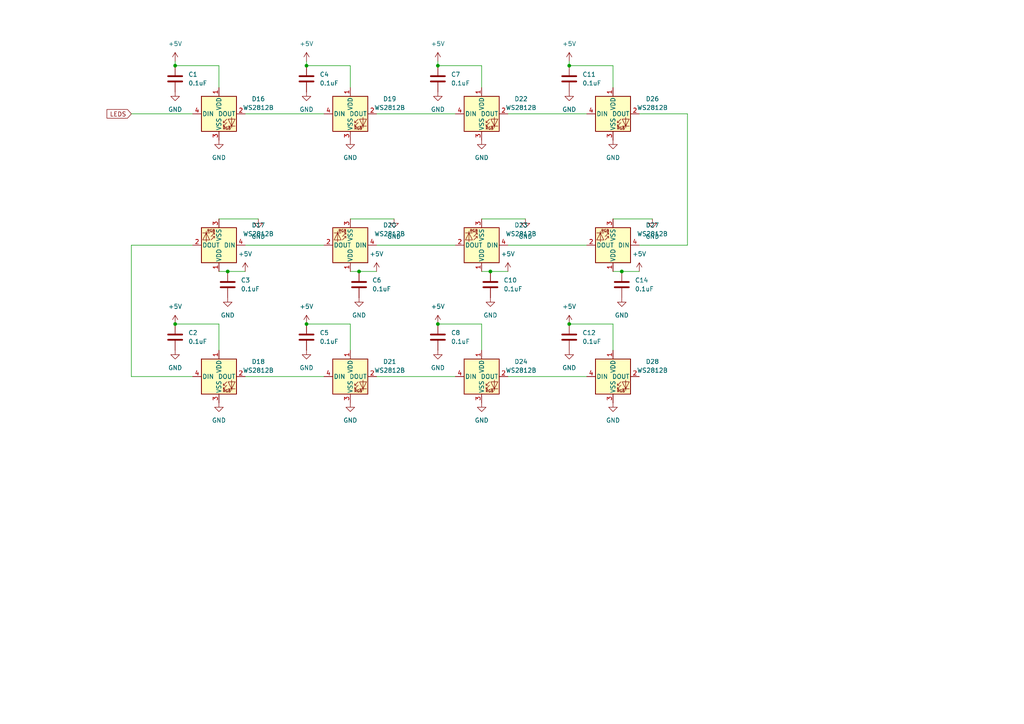
<source format=kicad_sch>
(kicad_sch (version 20211123) (generator eeschema)
  (paper "A4")
  (lib_symbols
    (symbol "Device:C" (pin_numbers hide) (pin_names (offset 0.254))
      (property "Reference" "C" (at 0.635 2.54 0))
      (property "Value" "C" (at 0.635 -2.54 0))
      (symbol "C_0_1"
        (polyline (pts (xy -2.032 -0.762) (xy 2.032 -0.762)) (stroke (width 0.508)))
        (polyline (pts (xy -2.032 0.762) (xy 2.032 0.762)) (stroke (width 0.508)))
      )
      (symbol "C_1_1"
        (pin passive line (at 0 3.81 270) (length 2.794) (name "~") (number "1"))
        (pin passive line (at 0 -3.81 90) (length 2.794) (name "~") (number "2"))
      )
    )
    (symbol "LED:WS2812B" (pin_names (offset 0.254))
      (property "Reference" "D" (at 5.08 5.715 0))
      (property "Value" "WS2812B" (at 1.27 -5.715 0))
      (symbol "WS2812B_0_0"
        (text "RGB" (at 2.286 -4.191 0) (effects (font (size 0.762 0.762))))
      )
      (symbol "WS2812B_0_1"
        (polyline (pts (xy 1.27 -3.556) (xy 1.778 -3.556)))
        (polyline (pts (xy 1.27 -2.54) (xy 1.778 -2.54)))
        (polyline (pts (xy 4.699 -3.556) (xy 2.667 -3.556)))
        (polyline (pts (xy 2.286 -2.54) (xy 1.27 -3.556) (xy 1.27 -3.048)))
        (polyline (pts (xy 2.286 -1.524) (xy 1.27 -2.54) (xy 1.27 -2.032)))
        (polyline (pts (xy 3.683 -1.016) (xy 3.683 -3.556) (xy 3.683 -4.064)))
        (polyline (pts (xy 4.699 -1.524) (xy 2.667 -1.524) (xy 3.683 -3.556) (xy 4.699 -1.524)))
        (rectangle (start 5.08 5.08) (end -5.08 -5.08) (stroke (width 0.254)) (fill (type background)))
      )
      (symbol "WS2812B_1_1"
        (pin power_in line (at 0 7.62 270) (length 2.54) (name "VDD") (number "1"))
        (pin output line (at 7.62 0 180) (length 2.54) (name "DOUT") (number "2"))
        (pin power_in line (at 0 -7.62 90) (length 2.54) (name "VSS") (number "3"))
        (pin input line (at -7.62 0 0) (length 2.54) (name "DIN") (number "4"))
      )
    )
    (symbol "power:+5V" (power) (pin_names (offset 0))
      (property "Value" "+5V" (at 0 3.556 0))
      (symbol "+5V_0_1"
        (polyline (pts (xy -0.762 1.27) (xy 0 2.54)))
        (polyline (pts (xy 0 0) (xy 0 2.54)))
        (polyline (pts (xy 0 2.54) (xy 0.762 1.27)))
      )
      (symbol "+5V_1_1"
        (pin power_in line (at 0 0 90) (length 0) hide (name "+5V") (number "1"))
      )
    )
    (symbol "power:GND" (power) (pin_names (offset 0))
      (property "Value" "GND" (at 0 -3.81 0))
      (symbol "GND_0_1"
        (polyline (pts (xy 0 0) (xy 0 -1.27) (xy 1.27 -1.27) (xy 0 -2.54) (xy -1.27 -1.27) (xy 0 -1.27)))
      )
      (symbol "GND_1_1"
        (pin power_in line (at 0 0 270) (length 0) hide (name "GND") (number "1"))
      )
    )
  )
  (junction (at 127 93.98))
  (junction (at 165.1 19.05))
  (junction (at 127 19.05))
  (junction (at 180.34 78.74))
  (junction (at 88.9 93.98))
  (junction (at 50.8 19.05))
  (junction (at 142.24 78.74))
  (junction (at 165.1 93.98))
  (junction (at 50.8 93.98))
  (junction (at 66.04 78.74))
  (junction (at 88.9 19.05))
  (junction (at 104.14 78.74))
  (wire (pts (xy 50.8 19.05) (xy 63.5 19.05)))
  (wire (pts (xy 38.1 71.12) (xy 38.1 109.22)))
  (wire (pts (xy 88.9 19.05) (xy 88.9 17.78)))
  (wire (pts (xy 71.12 109.22) (xy 93.98 109.22)))
  (wire (pts (xy 127 19.05) (xy 139.7 19.05)))
  (wire (pts (xy 139.7 63.5) (xy 152.4 63.5)))
  (wire (pts (xy 180.34 78.74) (xy 185.42 78.74)))
  (wire (pts (xy 165.1 19.05) (xy 177.8 19.05)))
  (wire (pts (xy 147.32 71.12) (xy 170.18 71.12)))
  (wire (pts (xy 127 93.98) (xy 139.7 93.98)))
  (wire (pts (xy 165.1 93.98) (xy 177.8 93.98)))
  (wire (pts (xy 109.22 71.12) (xy 132.08 71.12)))
  (wire (pts (xy 101.6 93.98) (xy 101.6 101.6)))
  (wire (pts (xy 177.8 19.05) (xy 177.8 25.4)))
  (wire (pts (xy 104.14 78.74) (xy 101.6 78.74)))
  (wire (pts (xy 109.22 109.22) (xy 132.08 109.22)))
  (wire (pts (xy 185.42 33.02) (xy 199.39 33.02)))
  (wire (pts (xy 38.1 33.02) (xy 55.88 33.02)))
  (wire (pts (xy 63.5 63.5) (xy 74.93 63.5)))
  (wire (pts (xy 55.88 71.12) (xy 38.1 71.12)))
  (wire (pts (xy 139.7 19.05) (xy 139.7 25.4)))
  (wire (pts (xy 101.6 19.05) (xy 101.6 25.4)))
  (wire (pts (xy 71.12 33.02) (xy 93.98 33.02)))
  (wire (pts (xy 177.8 63.5) (xy 189.23 63.5)))
  (wire (pts (xy 88.9 19.05) (xy 101.6 19.05)))
  (wire (pts (xy 50.8 19.05) (xy 50.8 17.78)))
  (wire (pts (xy 104.14 78.74) (xy 109.22 78.74)))
  (wire (pts (xy 177.8 93.98) (xy 177.8 101.6)))
  (wire (pts (xy 185.42 71.12) (xy 199.39 71.12)))
  (wire (pts (xy 142.24 78.74) (xy 139.7 78.74)))
  (wire (pts (xy 147.32 109.22) (xy 170.18 109.22)))
  (wire (pts (xy 147.32 33.02) (xy 170.18 33.02)))
  (wire (pts (xy 66.04 78.74) (xy 63.5 78.74)))
  (wire (pts (xy 66.04 78.74) (xy 71.12 78.74)))
  (wire (pts (xy 63.5 19.05) (xy 63.5 25.4)))
  (wire (pts (xy 139.7 93.98) (xy 139.7 101.6)))
  (wire (pts (xy 38.1 109.22) (xy 55.88 109.22)))
  (wire (pts (xy 71.12 71.12) (xy 93.98 71.12)))
  (wire (pts (xy 180.34 78.74) (xy 177.8 78.74)))
  (wire (pts (xy 88.9 93.98) (xy 101.6 93.98)))
  (wire (pts (xy 63.5 93.98) (xy 63.5 101.6)))
  (wire (pts (xy 142.24 78.74) (xy 147.32 78.74)))
  (wire (pts (xy 165.1 19.05) (xy 165.1 17.78)))
  (wire (pts (xy 109.22 33.02) (xy 132.08 33.02)))
  (wire (pts (xy 50.8 93.98) (xy 63.5 93.98)))
  (wire (pts (xy 101.6 63.5) (xy 114.3 63.5)))
  (wire (pts (xy 199.39 33.02) (xy 199.39 71.12)))
  (wire (pts (xy 127 19.05) (xy 127 17.78)))
  (global_label "LEDS" (shape input) (at 38.1 33.02 180) (property "Intersheet References" "${INTERSHEET_REFS}" (effects hide)))
  (symbol (lib_id "LED:WS2812B") (at 139.7 71.12 180) (unit 1)
    (property "Reference" "D23" (at 151.13 65.2905 0))
    (property "Value" "WS2812B" (at 151.13 67.8305 0))
    (property "Footprint" "LED_SMD:LED_WS2812B_PLCC4_5.0x5.0mm_P3.2mm" (effects hide))
    (property "Datasheet" "https://cdn-shop.adafruit.com/datasheets/WS2812B.pdf" (effects hide))
  )
  (symbol (lib_id "LED:WS2812B") (at 63.5 33.02 0) (unit 1)
    (property "Reference" "D16" (at 74.93 28.6893 0))
    (property "Value" "WS2812B" (at 74.93 31.2293 0))
    (property "Footprint" "LED_SMD:LED_WS2812B_PLCC4_5.0x5.0mm_P3.2mm" (effects hide))
    (property "Datasheet" "https://cdn-shop.adafruit.com/datasheets/WS2812B.pdf" (effects hide))
  )
  (symbol (lib_id "power:+5V") (at 165.1 93.98 0) (unit 1)
    (property "Reference" "#PWR0103" (effects hide))
    (property "Value" "+5V" (at 165.1 88.9 0))
  )
  (symbol (lib_id "power:+5V") (at 127 17.78 0) (unit 1)
    (property "Reference" "#PWR0137" (effects hide))
    (property "Value" "+5V" (at 127 12.7 0))
  )
  (symbol (lib_id "power:GND") (at 101.6 116.84 0) (unit 1)
    (property "Reference" "#PWR0149" (effects hide))
    (property "Value" "GND" (at 101.6 121.92 0))
  )
  (symbol (lib_id "power:GND") (at 165.1 101.6 0) (unit 1)
    (property "Reference" "#PWR0104" (effects hide))
    (property "Value" "GND" (at 165.1 106.68 0))
  )
  (symbol (lib_id "LED:WS2812B") (at 101.6 109.22 0) (unit 1)
    (property "Reference" "D21" (at 113.03 104.8893 0))
    (property "Value" "WS2812B" (at 113.03 107.4293 0))
    (property "Footprint" "LED_SMD:LED_WS2812B_PLCC4_5.0x5.0mm_P3.2mm" (effects hide))
    (property "Datasheet" "https://cdn-shop.adafruit.com/datasheets/WS2812B.pdf" (effects hide))
  )
  (symbol (lib_id "power:GND") (at 177.8 40.64 0) (unit 1)
    (property "Reference" "#PWR0120" (effects hide))
    (property "Value" "GND" (at 177.8 45.72 0))
  )
  (symbol (lib_id "LED:WS2812B") (at 101.6 33.02 0) (unit 1)
    (property "Reference" "D19" (at 113.03 28.6893 0))
    (property "Value" "WS2812B" (at 113.03 31.2293 0))
    (property "Footprint" "LED_SMD:LED_WS2812B_PLCC4_5.0x5.0mm_P3.2mm" (effects hide))
    (property "Datasheet" "https://cdn-shop.adafruit.com/datasheets/WS2812B.pdf" (effects hide))
  )
  (symbol (lib_id "power:+5V") (at 147.32 78.74 0) (unit 1)
    (property "Reference" "#PWR0108" (effects hide))
    (property "Value" "+5V" (at 147.32 73.66 0))
  )
  (symbol (lib_id "power:+5V") (at 88.9 17.78 0) (unit 1)
    (property "Reference" "#PWR0131" (effects hide))
    (property "Value" "+5V" (at 88.9 12.7 0))
  )
  (symbol (lib_id "power:+5V") (at 50.8 17.78 0) (unit 1)
    (property "Reference" "#PWR0133" (effects hide))
    (property "Value" "+5V" (at 50.8 12.7 0))
  )
  (symbol (lib_id "power:GND") (at 50.8 101.6 0) (unit 1)
    (property "Reference" "#PWR0154" (effects hide))
    (property "Value" "GND" (at 50.8 106.68 0))
  )
  (symbol (lib_id "power:+5V") (at 127 93.98 0) (unit 1)
    (property "Reference" "#PWR0105" (effects hide))
    (property "Value" "+5V" (at 127 88.9 0))
  )
  (symbol (lib_id "Device:C") (at 66.04 82.55 0) (unit 1)
    (property "Reference" "C3" (at 69.85 81.2799 0) (effects (justify left)))
    (property "Value" "0.1uF" (at 69.85 83.8199 0) (effects (justify left)))
    (property "Footprint" "Capacitor_SMD:C_0805_2012Metric_Pad1.18x1.45mm_HandSolder" (effects hide))
  )
  (symbol (lib_id "Device:C") (at 104.14 82.55 0) (unit 1)
    (property "Reference" "C6" (at 107.95 81.2799 0) (effects (justify left)))
    (property "Value" "0.1uF" (at 107.95 83.8199 0) (effects (justify left)))
    (property "Footprint" "Capacitor_SMD:C_0805_2012Metric_Pad1.18x1.45mm_HandSolder" (effects hide))
  )
  (symbol (lib_id "Device:C") (at 50.8 22.86 0) (unit 1)
    (property "Reference" "C1" (at 54.61 21.5899 0) (effects (justify left)))
    (property "Value" "0.1uF" (at 54.61 24.1299 0) (effects (justify left)))
    (property "Footprint" "Capacitor_SMD:C_0805_2012Metric_Pad1.18x1.45mm_HandSolder" (effects hide))
  )
  (symbol (lib_id "power:GND") (at 50.8 26.67 0) (unit 1)
    (property "Reference" "#PWR0134" (effects hide))
    (property "Value" "GND" (at 50.8 31.75 0))
  )
  (symbol (lib_id "Device:C") (at 88.9 22.86 0) (unit 1)
    (property "Reference" "C4" (at 92.71 21.5899 0) (effects (justify left)))
    (property "Value" "0.1uF" (at 92.71 24.1299 0) (effects (justify left)))
    (property "Footprint" "Capacitor_SMD:C_0805_2012Metric_Pad1.18x1.45mm_HandSolder" (effects hide))
  )
  (symbol (lib_id "Device:C") (at 50.8 97.79 0) (unit 1)
    (property "Reference" "C2" (at 54.61 96.5199 0) (effects (justify left)))
    (property "Value" "0.1uF" (at 54.61 99.0599 0) (effects (justify left)))
    (property "Footprint" "Capacitor_SMD:C_0805_2012Metric_Pad1.18x1.45mm_HandSolder" (effects hide))
  )
  (symbol (lib_id "Device:C") (at 165.1 22.86 0) (unit 1)
    (property "Reference" "C11" (at 168.91 21.5899 0) (effects (justify left)))
    (property "Value" "0.1uF" (at 168.91 24.1299 0) (effects (justify left)))
    (property "Footprint" "Capacitor_SMD:C_0805_2012Metric_Pad1.18x1.45mm_HandSolder" (effects hide))
  )
  (symbol (lib_id "LED:WS2812B") (at 177.8 109.22 0) (unit 1)
    (property "Reference" "D28" (at 189.23 104.8893 0))
    (property "Value" "WS2812B" (at 189.23 107.4293 0))
    (property "Footprint" "LED_SMD:LED_WS2812B_PLCC4_5.0x5.0mm_P3.2mm" (effects hide))
    (property "Datasheet" "https://cdn-shop.adafruit.com/datasheets/WS2812B.pdf" (effects hide))
  )
  (symbol (lib_id "power:GND") (at 165.1 26.67 0) (unit 1)
    (property "Reference" "#PWR0127" (effects hide))
    (property "Value" "GND" (at 165.1 31.75 0))
  )
  (symbol (lib_id "power:GND") (at 104.14 86.36 0) (unit 1)
    (property "Reference" "#PWR0106" (effects hide))
    (property "Value" "GND" (at 104.14 91.44 0))
  )
  (symbol (lib_id "power:GND") (at 74.93 63.5 0) (unit 1)
    (property "Reference" "#PWR0151" (effects hide))
    (property "Value" "GND" (at 74.93 68.58 0))
  )
  (symbol (lib_id "power:GND") (at 177.8 116.84 0) (unit 1)
    (property "Reference" "#PWR0112" (effects hide))
    (property "Value" "GND" (at 177.8 121.92 0))
  )
  (symbol (lib_id "power:GND") (at 66.04 86.36 0) (unit 1)
    (property "Reference" "#PWR0147" (effects hide))
    (property "Value" "GND" (at 66.04 91.44 0))
  )
  (symbol (lib_id "power:GND") (at 139.7 40.64 0) (unit 1)
    (property "Reference" "#PWR0129" (effects hide))
    (property "Value" "GND" (at 139.7 45.72 0))
  )
  (symbol (lib_id "LED:WS2812B") (at 63.5 71.12 180) (unit 1)
    (property "Reference" "D17" (at 74.93 65.2905 0))
    (property "Value" "WS2812B" (at 74.93 67.8305 0))
    (property "Footprint" "LED_SMD:LED_WS2812B_PLCC4_5.0x5.0mm_P3.2mm" (effects hide))
    (property "Datasheet" "https://cdn-shop.adafruit.com/datasheets/WS2812B.pdf" (effects hide))
  )
  (symbol (lib_id "LED:WS2812B") (at 139.7 33.02 0) (unit 1)
    (property "Reference" "D22" (at 151.13 28.6893 0))
    (property "Value" "WS2812B" (at 151.13 31.2293 0))
    (property "Footprint" "LED_SMD:LED_WS2812B_PLCC4_5.0x5.0mm_P3.2mm" (effects hide))
    (property "Datasheet" "https://cdn-shop.adafruit.com/datasheets/WS2812B.pdf" (effects hide))
  )
  (symbol (lib_id "power:GND") (at 114.3 63.5 0) (unit 1)
    (property "Reference" "#PWR0109" (effects hide))
    (property "Value" "GND" (at 114.3 68.58 0))
  )
  (symbol (lib_id "power:GND") (at 139.7 116.84 0) (unit 1)
    (property "Reference" "#PWR0115" (effects hide))
    (property "Value" "GND" (at 139.7 121.92 0))
  )
  (symbol (lib_id "power:GND") (at 127 26.67 0) (unit 1)
    (property "Reference" "#PWR0136" (effects hide))
    (property "Value" "GND" (at 127 31.75 0))
  )
  (symbol (lib_id "power:+5V") (at 165.1 17.78 0) (unit 1)
    (property "Reference" "#PWR0128" (effects hide))
    (property "Value" "+5V" (at 165.1 12.7 0))
  )
  (symbol (lib_id "Device:C") (at 165.1 97.79 0) (unit 1)
    (property "Reference" "C12" (at 168.91 96.5199 0) (effects (justify left)))
    (property "Value" "0.1uF" (at 168.91 99.0599 0) (effects (justify left)))
    (property "Footprint" "Capacitor_SMD:C_0805_2012Metric_Pad1.18x1.45mm_HandSolder" (effects hide))
  )
  (symbol (lib_id "power:GND") (at 63.5 40.64 0) (unit 1)
    (property "Reference" "#PWR0130" (effects hide))
    (property "Value" "GND" (at 63.5 45.72 0))
  )
  (symbol (lib_id "power:GND") (at 101.6 40.64 0) (unit 1)
    (property "Reference" "#PWR0135" (effects hide))
    (property "Value" "GND" (at 101.6 45.72 0))
  )
  (symbol (lib_id "Device:C") (at 88.9 97.79 0) (unit 1)
    (property "Reference" "C5" (at 92.71 96.5199 0) (effects (justify left)))
    (property "Value" "0.1uF" (at 92.71 99.0599 0) (effects (justify left)))
    (property "Footprint" "Capacitor_SMD:C_0805_2012Metric_Pad1.18x1.45mm_HandSolder" (effects hide))
  )
  (symbol (lib_id "power:+5V") (at 185.42 78.74 0) (unit 1)
    (property "Reference" "#PWR0122" (effects hide))
    (property "Value" "+5V" (at 185.42 73.66 0))
  )
  (symbol (lib_id "power:+5V") (at 88.9 93.98 0) (unit 1)
    (property "Reference" "#PWR0146" (effects hide))
    (property "Value" "+5V" (at 88.9 88.9 0))
  )
  (symbol (lib_id "power:GND") (at 180.34 86.36 0) (unit 1)
    (property "Reference" "#PWR0111" (effects hide))
    (property "Value" "GND" (at 180.34 91.44 0))
  )
  (symbol (lib_id "power:GND") (at 63.5 116.84 0) (unit 1)
    (property "Reference" "#PWR0148" (effects hide))
    (property "Value" "GND" (at 63.5 121.92 0))
  )
  (symbol (lib_id "power:GND") (at 152.4 63.5 0) (unit 1)
    (property "Reference" "#PWR0107" (effects hide))
    (property "Value" "GND" (at 152.4 68.58 0))
  )
  (symbol (lib_id "power:+5V") (at 109.22 78.74 0) (unit 1)
    (property "Reference" "#PWR0110" (effects hide))
    (property "Value" "+5V" (at 109.22 73.66 0))
  )
  (symbol (lib_id "LED:WS2812B") (at 139.7 109.22 0) (unit 1)
    (property "Reference" "D24" (at 151.13 104.8893 0))
    (property "Value" "WS2812B" (at 151.13 107.4293 0))
    (property "Footprint" "LED_SMD:LED_WS2812B_PLCC4_5.0x5.0mm_P3.2mm" (effects hide))
    (property "Datasheet" "https://cdn-shop.adafruit.com/datasheets/WS2812B.pdf" (effects hide))
  )
  (symbol (lib_id "Device:C") (at 127 97.79 0) (unit 1)
    (property "Reference" "C8" (at 130.81 96.5199 0) (effects (justify left)))
    (property "Value" "0.1uF" (at 130.81 99.0599 0) (effects (justify left)))
    (property "Footprint" "Capacitor_SMD:C_0805_2012Metric_Pad1.18x1.45mm_HandSolder" (effects hide))
  )
  (symbol (lib_id "LED:WS2812B") (at 177.8 71.12 180) (unit 1)
    (property "Reference" "D27" (at 189.23 65.2905 0))
    (property "Value" "WS2812B" (at 189.23 67.8305 0))
    (property "Footprint" "LED_SMD:LED_WS2812B_PLCC4_5.0x5.0mm_P3.2mm" (effects hide))
    (property "Datasheet" "https://cdn-shop.adafruit.com/datasheets/WS2812B.pdf" (effects hide))
  )
  (symbol (lib_id "power:+5V") (at 50.8 93.98 0) (unit 1)
    (property "Reference" "#PWR0153" (effects hide))
    (property "Value" "+5V" (at 50.8 88.9 0))
  )
  (symbol (lib_id "LED:WS2812B") (at 63.5 109.22 0) (unit 1)
    (property "Reference" "D18" (at 74.93 104.8893 0))
    (property "Value" "WS2812B" (at 74.93 107.4293 0))
    (property "Footprint" "LED_SMD:LED_WS2812B_PLCC4_5.0x5.0mm_P3.2mm" (effects hide))
    (property "Datasheet" "https://cdn-shop.adafruit.com/datasheets/WS2812B.pdf" (effects hide))
  )
  (symbol (lib_id "LED:WS2812B") (at 177.8 33.02 0) (unit 1)
    (property "Reference" "D26" (at 189.23 28.6893 0))
    (property "Value" "WS2812B" (at 189.23 31.2293 0))
    (property "Footprint" "LED_SMD:LED_WS2812B_PLCC4_5.0x5.0mm_P3.2mm" (effects hide))
    (property "Datasheet" "https://cdn-shop.adafruit.com/datasheets/WS2812B.pdf" (effects hide))
  )
  (symbol (lib_id "LED:WS2812B") (at 101.6 71.12 180) (unit 1)
    (property "Reference" "D20" (at 113.03 65.2905 0))
    (property "Value" "WS2812B" (at 113.03 67.8305 0))
    (property "Footprint" "LED_SMD:LED_WS2812B_PLCC4_5.0x5.0mm_P3.2mm" (effects hide))
    (property "Datasheet" "https://cdn-shop.adafruit.com/datasheets/WS2812B.pdf" (effects hide))
  )
  (symbol (lib_id "power:GND") (at 88.9 26.67 0) (unit 1)
    (property "Reference" "#PWR0132" (effects hide))
    (property "Value" "GND" (at 88.9 31.75 0))
  )
  (symbol (lib_id "power:+5V") (at 71.12 78.74 0) (unit 1)
    (property "Reference" "#PWR0152" (effects hide))
    (property "Value" "+5V" (at 71.12 73.66 0))
  )
  (symbol (lib_id "Device:C") (at 142.24 82.55 0) (unit 1)
    (property "Reference" "C10" (at 146.05 81.2799 0) (effects (justify left)))
    (property "Value" "0.1uF" (at 146.05 83.8199 0) (effects (justify left)))
    (property "Footprint" "Capacitor_SMD:C_0805_2012Metric_Pad1.18x1.45mm_HandSolder" (effects hide))
  )
  (symbol (lib_id "power:GND") (at 142.24 86.36 0) (unit 1)
    (property "Reference" "#PWR0102" (effects hide))
    (property "Value" "GND" (at 142.24 91.44 0))
  )
  (symbol (lib_id "power:GND") (at 127 101.6 0) (unit 1)
    (property "Reference" "#PWR0101" (effects hide))
    (property "Value" "GND" (at 127 106.68 0))
  )
  (symbol (lib_id "Device:C") (at 180.34 82.55 0) (unit 1)
    (property "Reference" "C14" (at 184.15 81.2799 0) (effects (justify left)))
    (property "Value" "0.1uF" (at 184.15 83.8199 0) (effects (justify left)))
    (property "Footprint" "Capacitor_SMD:C_0805_2012Metric_Pad1.18x1.45mm_HandSolder" (effects hide))
  )
  (symbol (lib_id "power:GND") (at 189.23 63.5 0) (unit 1)
    (property "Reference" "#PWR0123" (effects hide))
    (property "Value" "GND" (at 189.23 68.58 0))
  )
  (symbol (lib_id "power:GND") (at 88.9 101.6 0) (unit 1)
    (property "Reference" "#PWR0150" (effects hide))
    (property "Value" "GND" (at 88.9 106.68 0))
  )
  (symbol (lib_id "Device:C") (at 127 22.86 0) (unit 1)
    (property "Reference" "C7" (at 130.81 21.5899 0) (effects (justify left)))
    (property "Value" "0.1uF" (at 130.81 24.1299 0) (effects (justify left)))
    (property "Footprint" "Capacitor_SMD:C_0805_2012Metric_Pad1.18x1.45mm_HandSolder" (effects hide))
  )
)
</source>
